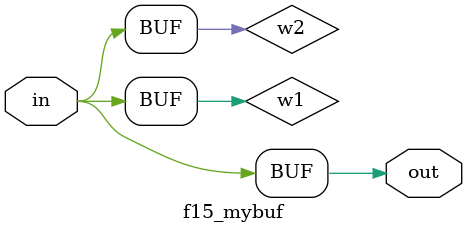
<source format=v>
module f15_mybuf(in, out);
input in;
output out;
wire w1, w2, w3, w4;
assign w1 = in;
assign w2 = w1;
assign out = w2;
endmodule
</source>
